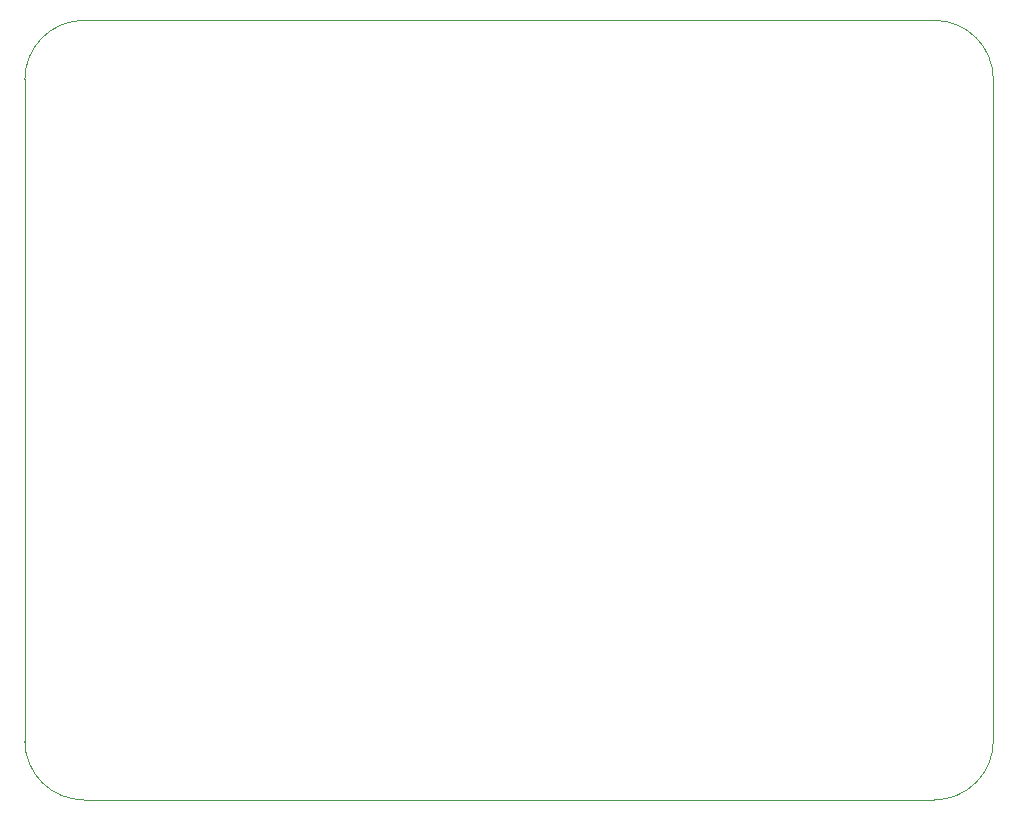
<source format=gbr>
%TF.GenerationSoftware,KiCad,Pcbnew,9.0.6*%
%TF.CreationDate,2026-01-04T20:51:55+00:00*%
%TF.ProjectId,COMET1_PWR_Board,434f4d45-5431-45f5-9057-525f426f6172,rev?*%
%TF.SameCoordinates,Original*%
%TF.FileFunction,Profile,NP*%
%FSLAX46Y46*%
G04 Gerber Fmt 4.6, Leading zero omitted, Abs format (unit mm)*
G04 Created by KiCad (PCBNEW 9.0.6) date 2026-01-04 20:51:55*
%MOMM*%
%LPD*%
G01*
G04 APERTURE LIST*
%TA.AperFunction,Profile*%
%ADD10C,0.100000*%
%TD*%
G04 APERTURE END LIST*
D10*
X106500000Y-133000000D02*
X106500000Y-77000000D01*
X183500000Y-72000000D02*
G75*
G02*
X188500000Y-77000000I0J-5000000D01*
G01*
X111500000Y-138000000D02*
X183500000Y-138000000D01*
X188500000Y-77000000D02*
X188500000Y-133000000D01*
X106500000Y-77000000D02*
G75*
G02*
X111500000Y-72000000I5000000J0D01*
G01*
X188500000Y-133000000D02*
G75*
G02*
X183500000Y-138000000I-5000000J0D01*
G01*
X111500000Y-138000000D02*
G75*
G02*
X106500000Y-133000000I0J5000000D01*
G01*
X111500000Y-72000000D02*
X183500000Y-72000000D01*
M02*

</source>
